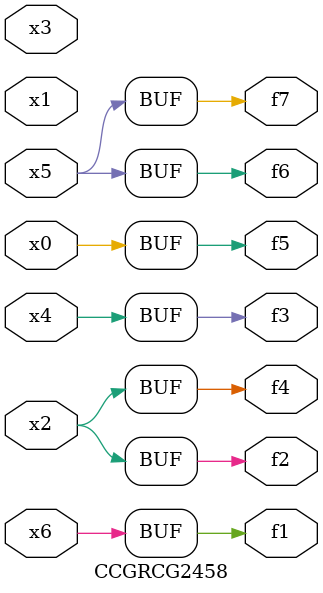
<source format=v>
module CCGRCG2458(
	input x0, x1, x2, x3, x4, x5, x6,
	output f1, f2, f3, f4, f5, f6, f7
);
	assign f1 = x6;
	assign f2 = x2;
	assign f3 = x4;
	assign f4 = x2;
	assign f5 = x0;
	assign f6 = x5;
	assign f7 = x5;
endmodule

</source>
